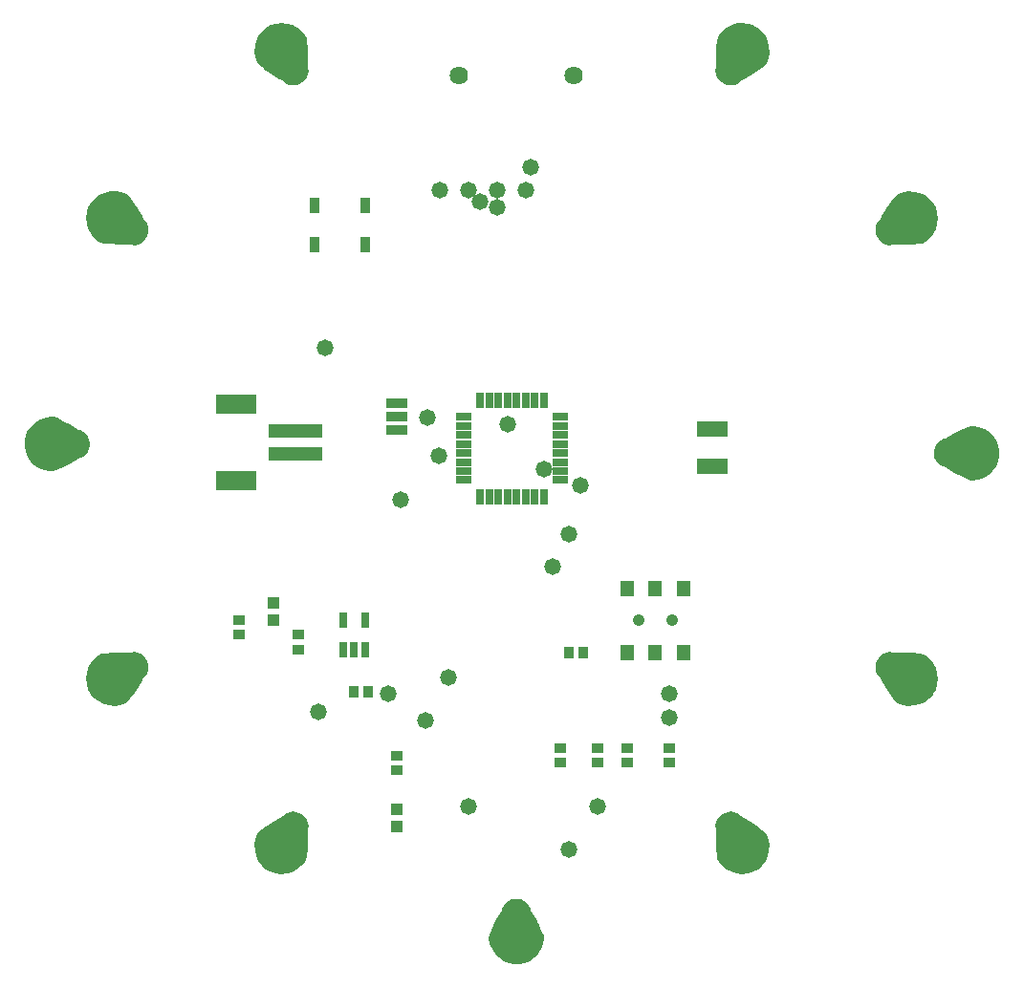
<source format=gts>
G04*
G04 #@! TF.GenerationSoftware,Altium Limited,Altium Designer,18.1.7 (191)*
G04*
G04 Layer_Color=8388736*
%FSLAX25Y25*%
%MOIN*%
G70*
G01*
G75*
%ADD28R,0.04000X0.04000*%
G04:AMPARAMS|DCode=29|XSize=58mil|YSize=58mil|CornerRadius=29mil|HoleSize=0mil|Usage=FLASHONLY|Rotation=90.000|XOffset=0mil|YOffset=0mil|HoleType=Round|Shape=RoundedRectangle|*
%AMROUNDEDRECTD29*
21,1,0.05800,0.00000,0,0,90.0*
21,1,0.00000,0.05800,0,0,90.0*
1,1,0.05800,0.00000,0.00000*
1,1,0.05800,0.00000,0.00000*
1,1,0.05800,0.00000,0.00000*
1,1,0.05800,0.00000,0.00000*
%
%ADD29ROUNDEDRECTD29*%
%ADD30R,0.04400X0.03600*%
%ADD31R,0.03000X0.05600*%
%ADD32R,0.03600X0.04400*%
%ADD33R,0.04800X0.05400*%
%ADD34R,0.14200X0.07100*%
%ADD35R,0.19000X0.04800*%
%ADD36R,0.03000X0.05800*%
%ADD37R,0.05800X0.03000*%
%ADD38R,0.03600X0.05200*%
%ADD39R,0.10700X0.05600*%
%ADD40R,0.07500X0.03600*%
%ADD41C,0.06400*%
%ADD42C,0.04200*%
%ADD43C,0.17300*%
%ADD44C,0.05800*%
G36*
X-79880Y-128357D02*
X-80972Y-128925D01*
X-83108Y-130149D01*
X-85192Y-131461D01*
X-87221Y-132857D01*
X-88206Y-133596D01*
X-88206Y-133596D01*
X-88719Y-134425D01*
X-89403Y-136251D01*
X-89717Y-138176D01*
X-89649Y-140125D01*
X-89203Y-142023D01*
X-88394Y-143798D01*
X-87255Y-145381D01*
X-85829Y-146711D01*
X-85000Y-147224D01*
X-85000Y-147224D01*
X-84161Y-147685D01*
X-82337Y-148260D01*
X-80435Y-148468D01*
X-78529Y-148302D01*
X-76692Y-147767D01*
X-74995Y-146884D01*
X-73502Y-145686D01*
X-72272Y-144221D01*
X-71812Y-143382D01*
X-71812D01*
X-71600Y-142142D01*
X-71312Y-139642D01*
X-71164Y-137130D01*
X-71155Y-134613D01*
X-71220Y-133356D01*
X-71220D01*
X-71048Y-132804D01*
X-70958Y-131650D01*
X-71128Y-130505D01*
X-71549Y-129426D01*
X-72200Y-128469D01*
X-73048Y-127681D01*
X-74051Y-127102D01*
X-75157Y-126762D01*
X-76312Y-126676D01*
X-77456Y-126851D01*
X-78533Y-127276D01*
X-79488Y-127931D01*
X-79880Y-128356D01*
Y-128357D01*
D02*
G37*
G36*
X-133356Y-71220D02*
X-134586Y-71166D01*
X-137049Y-71159D01*
X-139509Y-71252D01*
X-141964Y-71447D01*
X-143186Y-71594D01*
X-143186Y-71594D01*
X-144045Y-72056D01*
X-145551Y-73295D01*
X-146785Y-74805D01*
X-147701Y-76527D01*
X-148263Y-78394D01*
X-148451Y-80336D01*
X-148256Y-82276D01*
X-147686Y-84141D01*
X-147224Y-85000D01*
X-147224Y-85000D01*
X-146728Y-85818D01*
X-145436Y-87229D01*
X-143893Y-88360D01*
X-142159Y-89169D01*
X-140301Y-89624D01*
X-138389Y-89707D01*
X-136498Y-89417D01*
X-134700Y-88763D01*
X-133882Y-88267D01*
X-133882Y-88267D01*
X-133078Y-87299D01*
X-131579Y-85277D01*
X-130194Y-83176D01*
X-128928Y-81001D01*
X-128356Y-79880D01*
X-128356Y-79880D01*
X-127931Y-79488D01*
X-127276Y-78533D01*
X-126851Y-77456D01*
X-126676Y-76312D01*
X-126762Y-75157D01*
X-127102Y-74051D01*
X-127681Y-73048D01*
X-128469Y-72200D01*
X-129426Y-71549D01*
X-130505Y-71128D01*
X-131650Y-70958D01*
X-132804Y-71048D01*
X-133356Y-71220D01*
X-133356Y-71220D01*
D02*
G37*
G36*
X-151042Y6511D02*
X-152074Y7183D01*
X-154190Y8442D01*
X-156356Y9612D01*
X-158569Y10693D01*
X-159696Y11188D01*
X-159696Y11188D01*
X-160670Y11228D01*
X-162597Y10926D01*
X-164428Y10254D01*
X-166092Y9238D01*
X-167526Y7916D01*
X-168675Y6340D01*
X-169494Y4570D01*
X-169952Y2674D01*
X-169992Y1700D01*
X-169992Y1700D01*
X-169980Y743D01*
X-169585Y-1129D01*
X-168832Y-2888D01*
X-167751Y-4466D01*
X-166382Y-5803D01*
X-164779Y-6847D01*
X-163003Y-7559D01*
X-161122Y-7910D01*
X-160166Y-7899D01*
X-160166Y-7899D01*
X-158981Y-7475D01*
X-156662Y-6497D01*
X-154401Y-5392D01*
X-152205Y-4163D01*
X-151142Y-3489D01*
X-150576Y-3368D01*
X-149527Y-2878D01*
X-148613Y-2168D01*
X-147881Y-1271D01*
X-147367Y-234D01*
X-147098Y892D01*
X-147086Y2050D01*
X-147333Y3181D01*
X-147826Y4228D01*
X-148540Y5139D01*
X-149440Y5868D01*
X-150479Y6378D01*
X-151042Y6511D01*
X-151042Y6511D01*
D02*
G37*
G36*
X-128356Y79880D02*
X-128925Y80972D01*
X-130149Y83108D01*
X-131461Y85192D01*
X-132857Y87221D01*
X-133596Y88206D01*
X-133596Y88206D01*
X-134425Y88719D01*
X-136251Y89403D01*
X-138176Y89717D01*
X-140125Y89649D01*
X-142023Y89203D01*
X-143798Y88394D01*
X-145381Y87255D01*
X-146711Y85829D01*
X-147224Y85000D01*
X-147224D01*
X-147685Y84161D01*
X-148260Y82337D01*
X-148468Y80435D01*
X-148302Y78529D01*
X-147767Y76692D01*
X-146883Y74995D01*
X-145686Y73502D01*
X-144221Y72272D01*
X-143382Y71812D01*
X-142142Y71599D01*
X-139642Y71312D01*
X-137130Y71164D01*
X-134613Y71155D01*
X-133356Y71220D01*
X-133356Y71220D01*
X-132804Y71047D01*
X-131650Y70958D01*
X-130505Y71128D01*
X-129426Y71549D01*
X-128469Y72200D01*
X-127681Y73048D01*
X-127102Y74051D01*
X-126762Y75157D01*
X-126676Y76312D01*
X-126851Y77456D01*
X-127276Y78533D01*
X-127931Y79488D01*
X-128357Y79880D01*
X-128356D01*
D02*
G37*
G36*
X-71220Y133356D02*
X-71166Y134586D01*
X-71159Y137049D01*
X-71252Y139509D01*
X-71447Y141964D01*
X-71594Y143186D01*
X-71594Y143186D01*
X-72056Y144045D01*
X-73295Y145551D01*
X-74805Y146785D01*
X-76527Y147701D01*
X-78394Y148264D01*
X-80335Y148451D01*
X-82276Y148256D01*
X-84141Y147686D01*
X-85000Y147224D01*
X-85000Y147224D01*
X-85818Y146728D01*
X-87229Y145436D01*
X-88360Y143893D01*
X-89169Y142159D01*
X-89624Y140301D01*
X-89707Y138389D01*
X-89417Y136498D01*
X-88763Y134700D01*
X-88267Y133882D01*
X-88267Y133882D01*
X-87299Y133078D01*
X-85277Y131579D01*
X-83176Y130194D01*
X-81001Y128928D01*
X-79880Y128356D01*
X-79880Y128356D01*
X-79488Y127931D01*
X-78533Y127276D01*
X-77456Y126851D01*
X-76312Y126676D01*
X-75157Y126762D01*
X-74051Y127102D01*
X-73048Y127681D01*
X-72200Y128469D01*
X-71549Y129426D01*
X-71128Y130505D01*
X-70958Y131650D01*
X-71048Y132804D01*
X-71220Y133356D01*
Y133356D01*
D02*
G37*
G36*
X-3484Y-161140D02*
X-4136Y-162184D01*
X-5353Y-164325D01*
X-6481Y-166513D01*
X-7519Y-168746D01*
X-7992Y-169883D01*
X-7992Y-169883D01*
X-8013Y-170858D01*
X-7674Y-172778D01*
X-6966Y-174595D01*
X-5918Y-176240D01*
X-4569Y-177648D01*
X-2970Y-178766D01*
X-1185Y-179550D01*
X719Y-179971D01*
X1694Y-179992D01*
X1694Y-179992D01*
X2650Y-179962D01*
X4514Y-179531D01*
X6258Y-178744D01*
X7815Y-177632D01*
X9125Y-176238D01*
X10138Y-174615D01*
X10815Y-172825D01*
X11130Y-170938D01*
X11100Y-169982D01*
X11100Y-169982D01*
X10653Y-168806D01*
X9630Y-166506D01*
X8482Y-164267D01*
X7211Y-162095D01*
X6516Y-161046D01*
X6516Y-161046D01*
X6384Y-160482D01*
X5875Y-159443D01*
X5146Y-158543D01*
X4236Y-157828D01*
X3188Y-157334D01*
X2057Y-157087D01*
X900Y-157098D01*
X-226Y-157367D01*
X-1264Y-157880D01*
X-2161Y-158612D01*
X-2872Y-159525D01*
X-3362Y-160574D01*
X-3484Y-161140D01*
X-3484Y-161140D01*
D02*
G37*
G36*
X71220Y-133356D02*
X71166Y-134586D01*
X71158Y-137049D01*
X71252Y-139509D01*
X71447Y-141964D01*
X71594Y-143186D01*
X71594Y-143186D01*
X72056Y-144045D01*
X73295Y-145551D01*
X74805Y-146785D01*
X76527Y-147701D01*
X78394Y-148263D01*
X80335Y-148451D01*
X82276Y-148256D01*
X84141Y-147686D01*
X85000Y-147224D01*
X85000Y-147224D01*
X85818Y-146728D01*
X87229Y-145436D01*
X88360Y-143893D01*
X89169Y-142159D01*
X89624Y-140301D01*
X89707Y-138389D01*
X89417Y-136498D01*
X88763Y-134700D01*
X88267Y-133882D01*
X88267Y-133882D01*
X87299Y-133078D01*
X85277Y-131579D01*
X83176Y-130194D01*
X81001Y-128928D01*
X79880Y-128356D01*
X79880Y-128357D01*
X79488Y-127931D01*
X78533Y-127276D01*
X77456Y-126851D01*
X76312Y-126676D01*
X75157Y-126762D01*
X74051Y-127102D01*
X73048Y-127681D01*
X72200Y-128469D01*
X71549Y-129426D01*
X71128Y-130505D01*
X70958Y-131650D01*
X71048Y-132804D01*
X71220Y-133356D01*
X71220Y-133356D01*
D02*
G37*
G36*
X128356Y-79880D02*
X128925Y-80972D01*
X130149Y-83108D01*
X131461Y-85192D01*
X132857Y-87221D01*
X133596Y-88206D01*
Y-88206D01*
X134424Y-88719D01*
X136251Y-89403D01*
X138176Y-89717D01*
X140125Y-89649D01*
X142023Y-89203D01*
X143798Y-88394D01*
X145381Y-87255D01*
X146711Y-85829D01*
X147224Y-85000D01*
X147224Y-85000D01*
X147685Y-84161D01*
X148260Y-82337D01*
X148468Y-80435D01*
X148302Y-78529D01*
X147767Y-76692D01*
X146883Y-74995D01*
X145686Y-73502D01*
X144221Y-72272D01*
X143382Y-71812D01*
X143382Y-71812D01*
X142142Y-71600D01*
X139642Y-71312D01*
X137130Y-71164D01*
X134613Y-71155D01*
X133356Y-71220D01*
X133356Y-71220D01*
X132804Y-71047D01*
X131650Y-70958D01*
X130505Y-71128D01*
X129426Y-71549D01*
X128469Y-72200D01*
X127681Y-73048D01*
X127102Y-74051D01*
X126762Y-75157D01*
X126676Y-76312D01*
X126851Y-77456D01*
X127276Y-78533D01*
X127931Y-79488D01*
X128357Y-79880D01*
X128356Y-79880D01*
D02*
G37*
G36*
X151043Y-6487D02*
X152075Y-7159D01*
X154192Y-8417D01*
X156358Y-9588D01*
X158570Y-10668D01*
X159698Y-11163D01*
X160672Y-11203D01*
X162599Y-10900D01*
X164429Y-10228D01*
X166094Y-9211D01*
X167528Y-7890D01*
X168676Y-6313D01*
X169495Y-4543D01*
X169952Y-2648D01*
X169992Y-1673D01*
X169980Y-717D01*
X169585Y1155D01*
X168832Y2914D01*
X167750Y4492D01*
X166381Y5829D01*
X164778Y6873D01*
X163002Y7584D01*
X161121Y7935D01*
X160164Y7924D01*
X160164Y7924D01*
X158980Y7500D01*
X156661Y6521D01*
X154400Y5416D01*
X152204Y4187D01*
X151142Y3512D01*
X151142Y3512D01*
X150576Y3391D01*
X149527Y2902D01*
X148613Y2191D01*
X147881Y1294D01*
X147367Y257D01*
X147098Y-869D01*
X147086Y-2027D01*
X147334Y-3158D01*
X147827Y-4205D01*
X148541Y-5116D01*
X149441Y-5845D01*
X150480Y-6355D01*
X151043Y-6487D01*
X151043D01*
D02*
G37*
G36*
X133356Y71220D02*
X134586Y71166D01*
X137049Y71159D01*
X139509Y71252D01*
X141964Y71447D01*
X143186Y71594D01*
X143186Y71594D01*
X144045Y72056D01*
X145551Y73295D01*
X146785Y74805D01*
X147701Y76527D01*
X148264Y78394D01*
X148451Y80335D01*
X148256Y82276D01*
X147686Y84141D01*
X147224Y85000D01*
X146728Y85818D01*
X145436Y87229D01*
X143893Y88360D01*
X142159Y89169D01*
X140301Y89624D01*
X138389Y89707D01*
X136498Y89417D01*
X134700Y88763D01*
X133882Y88267D01*
X133882Y88267D01*
X133078Y87299D01*
X131579Y85277D01*
X130194Y83176D01*
X128928Y81001D01*
X128356Y79880D01*
X128356Y79880D01*
X127931Y79488D01*
X127276Y78533D01*
X126851Y77456D01*
X126676Y76312D01*
X126762Y75157D01*
X127102Y74051D01*
X127681Y73048D01*
X128469Y72200D01*
X129426Y71549D01*
X130505Y71128D01*
X131650Y70958D01*
X132804Y71047D01*
X133356Y71220D01*
X133356Y71220D01*
D02*
G37*
G36*
X79880Y128356D02*
X80972Y128925D01*
X83108Y130149D01*
X85192Y131461D01*
X87221Y132857D01*
X88206Y133596D01*
X88719Y134424D01*
X89403Y136251D01*
X89717Y138176D01*
X89649Y140125D01*
X89203Y142023D01*
X88394Y143798D01*
X87255Y145381D01*
X85829Y146711D01*
X85000Y147224D01*
Y147224D01*
X84161Y147685D01*
X82337Y148260D01*
X80435Y148468D01*
X78529Y148302D01*
X76692Y147767D01*
X74995Y146884D01*
X73502Y145686D01*
X72272Y144221D01*
X71812Y143382D01*
X71812Y143382D01*
X71600Y142142D01*
X71312Y139642D01*
X71164Y137130D01*
X71155Y134613D01*
X71220Y133356D01*
X71220Y133356D01*
X71048Y132804D01*
X70958Y131650D01*
X71128Y130505D01*
X71549Y129426D01*
X72200Y128469D01*
X73048Y127681D01*
X74051Y127102D01*
X75157Y126762D01*
X76312Y126676D01*
X77456Y126851D01*
X78533Y127276D01*
X79488Y127931D01*
X79880Y128356D01*
X79880D01*
D02*
G37*
D28*
X-40000Y-131948D02*
D03*
Y-125995D02*
D03*
X-83249Y-59800D02*
D03*
Y-53847D02*
D03*
D29*
X-15000Y90000D02*
D03*
X-25000D02*
D03*
X-5000D02*
D03*
X4800D02*
D03*
X-65000Y35000D02*
D03*
X20000Y-30000D02*
D03*
X-30000Y-95000D02*
D03*
X19841Y-140000D02*
D03*
D30*
X-95000Y-65000D02*
D03*
Y-59841D02*
D03*
X55000Y-109600D02*
D03*
Y-104441D02*
D03*
X-74604Y-65000D02*
D03*
Y-70159D02*
D03*
X16900Y-104441D02*
D03*
Y-109600D02*
D03*
X40157D02*
D03*
Y-104441D02*
D03*
X30000Y-109600D02*
D03*
Y-104441D02*
D03*
X-40000Y-112200D02*
D03*
Y-107041D02*
D03*
D31*
X-58740Y-59800D02*
D03*
X-51200D02*
D03*
Y-70118D02*
D03*
X-55000D02*
D03*
X-58740D02*
D03*
D32*
X-55159Y-85000D02*
D03*
X-50000D02*
D03*
X19841Y-71122D02*
D03*
X25000D02*
D03*
D33*
X59900D02*
D03*
X50000D02*
D03*
X40157D02*
D03*
X59900Y-48800D02*
D03*
X50000D02*
D03*
X40157D02*
D03*
D34*
X-96000Y15450D02*
D03*
Y-11336D02*
D03*
D35*
X-75433Y6050D02*
D03*
Y-1887D02*
D03*
D36*
X-11024Y16900D02*
D03*
X-7874D02*
D03*
X-4724D02*
D03*
X-1575D02*
D03*
X1600D02*
D03*
X4800D02*
D03*
X7900D02*
D03*
X11100D02*
D03*
Y-16900D02*
D03*
X7900D02*
D03*
X4800D02*
D03*
X1600D02*
D03*
X-1575D02*
D03*
X-4724D02*
D03*
X-7874Y-16900D02*
D03*
X-11024Y-16900D02*
D03*
D37*
X16900Y11100D02*
D03*
Y7900D02*
D03*
Y4800D02*
D03*
Y1600D02*
D03*
Y-1575D02*
D03*
Y-4724D02*
D03*
X16900Y-7874D02*
D03*
X16900Y-11024D02*
D03*
X-16900D02*
D03*
Y-7874D02*
D03*
Y-4724D02*
D03*
Y-1575D02*
D03*
Y1600D02*
D03*
Y4800D02*
D03*
Y7900D02*
D03*
Y11100D02*
D03*
D38*
X-68760Y84895D02*
D03*
Y71105D02*
D03*
X-51200D02*
D03*
Y84895D02*
D03*
D39*
X70000Y6715D02*
D03*
Y-6281D02*
D03*
D40*
X-40000Y6300D02*
D03*
Y11100D02*
D03*
Y15824D02*
D03*
D41*
X21600Y130194D02*
D03*
X-18400D02*
D03*
D42*
X44094Y-60000D02*
D03*
X56000D02*
D03*
D43*
X159992Y-1575D02*
D03*
X138564Y80000D02*
D03*
X80000Y138564D02*
D03*
X-80000D02*
D03*
X-159992Y1600D02*
D03*
X-138564Y80000D02*
D03*
Y-80000D02*
D03*
X-80000Y-138564D02*
D03*
X1600Y-169992D02*
D03*
X80000Y-138564D02*
D03*
X138564Y-80000D02*
D03*
D44*
X55000Y-85600D02*
D03*
X-43000D02*
D03*
X-5000Y84000D02*
D03*
X6600Y98200D02*
D03*
X23800Y-12900D02*
D03*
X-1575Y8600D02*
D03*
X-38900Y-18000D02*
D03*
X11100Y-7200D02*
D03*
X-25600Y-2400D02*
D03*
X-29500Y10700D02*
D03*
X55000Y-93900D02*
D03*
X-67600Y-91900D02*
D03*
X14200Y-41100D02*
D03*
X-22000Y-80000D02*
D03*
X-11300Y86100D02*
D03*
X-15000Y-125000D02*
D03*
X30000D02*
D03*
M02*

</source>
